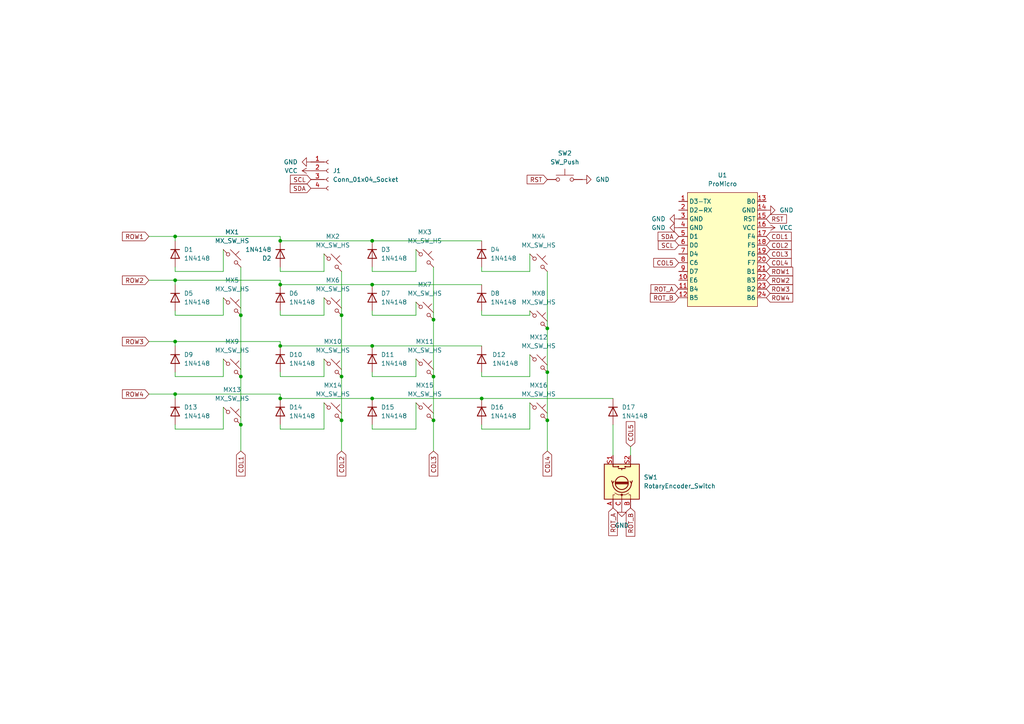
<source format=kicad_sch>
(kicad_sch (version 20230121) (generator eeschema)
  (paper "A4")
  (lib_symbols
    (symbol "Connector:Conn_01x04_Socket" (pin_names (offset 1.016) hide)
      (property "Reference" "J" (at 0 5.08 0))
      (property "Value" "Conn_01x04_Socket" (at 0 -7.62 0))
      (symbol "Conn_01x04_Socket_1_1"
        (arc (start 0 -4.572) (mid -0.5058 -5.08) (end 0 -5.588) (stroke (width 0.1524)))
        (arc (start 0 -2.032) (mid -0.5058 -2.54) (end 0 -3.048) (stroke (width 0.1524)))
        (polyline (pts (xy -1.27 -5.08) (xy -0.508 -5.08)) (stroke (width 0.1524)))
        (polyline (pts (xy -1.27 -2.54) (xy -0.508 -2.54)) (stroke (width 0.1524)))
        (polyline (pts (xy -1.27 0) (xy -0.508 0)) (stroke (width 0.1524)))
        (polyline (pts (xy -1.27 2.54) (xy -0.508 2.54)) (stroke (width 0.1524)))
        (arc (start 0 0.508) (mid -0.5058 0) (end 0 -0.508) (stroke (width 0.1524)))
        (arc (start 0 3.048) (mid -0.5058 2.54) (end 0 2.032) (stroke (width 0.1524)))
        (pin passive line (at -5.08 2.54 0) (length 3.81) (name "Pin_1") (number "1"))
        (pin passive line (at -5.08 0 0) (length 3.81) (name "Pin_2") (number "2"))
        (pin passive line (at -5.08 -2.54 0) (length 3.81) (name "Pin_3") (number "3"))
        (pin passive line (at -5.08 -5.08 0) (length 3.81) (name "Pin_4") (number "4"))
      )
    )
    (symbol "Device:RotaryEncoder_Switch" (pin_names (offset 0.254) hide)
      (property "Reference" "SW" (at 0 6.604 0))
      (property "Value" "RotaryEncoder_Switch" (at 0 -6.604 0))
      (symbol "RotaryEncoder_Switch_0_1"
        (rectangle (start -5.08 5.08) (end 5.08 -5.08) (stroke (width 0.254)) (fill (type background)))
        (circle (center -3.81 0) (radius 0.254) (fill (type outline)))
        (circle (center -0.381 0) (radius 1.905) (stroke (width 0.254)))
        (arc (start -0.381 2.667) (mid -3.0988 -0.0635) (end -0.381 -2.794) (stroke (width 0.254)))
        (polyline (pts (xy -0.635 -1.778) (xy -0.635 1.778)) (stroke (width 0.254)))
        (polyline (pts (xy -0.381 -1.778) (xy -0.381 1.778)) (stroke (width 0.254)))
        (polyline (pts (xy -0.127 1.778) (xy -0.127 -1.778)) (stroke (width 0.254)))
        (polyline (pts (xy 3.81 0) (xy 3.429 0)) (stroke (width 0.254)))
        (polyline (pts (xy 3.81 1.016) (xy 3.81 -1.016)) (stroke (width 0.254)))
        (polyline (pts (xy -5.08 -2.54) (xy -3.81 -2.54) (xy -3.81 -2.032)))
        (polyline (pts (xy -5.08 2.54) (xy -3.81 2.54) (xy -3.81 2.032)))
        (polyline (pts (xy 0.254 -3.048) (xy -0.508 -2.794) (xy 0.127 -2.413)) (stroke (width 0.254)))
        (polyline (pts (xy 0.254 2.921) (xy -0.508 2.667) (xy 0.127 2.286)) (stroke (width 0.254)))
        (polyline (pts (xy 5.08 -2.54) (xy 4.318 -2.54) (xy 4.318 -1.016)) (stroke (width 0.254)))
        (polyline (pts (xy 5.08 2.54) (xy 4.318 2.54) (xy 4.318 1.016)) (stroke (width 0.254)))
        (polyline (pts (xy -5.08 0) (xy -3.81 0) (xy -3.81 -1.016) (xy -3.302 -2.032)))
        (polyline (pts (xy -4.318 0) (xy -3.81 0) (xy -3.81 1.016) (xy -3.302 2.032)))
        (circle (center 4.318 -1.016) (radius 0.127) (stroke (width 0.254)))
        (circle (center 4.318 1.016) (radius 0.127) (stroke (width 0.254)))
      )
      (symbol "RotaryEncoder_Switch_1_1"
        (pin passive line (at -7.62 2.54 0) (length 2.54) (name "A") (number "A"))
        (pin passive line (at -7.62 -2.54 0) (length 2.54) (name "B") (number "B"))
        (pin passive line (at -7.62 0 0) (length 2.54) (name "C") (number "C"))
        (pin passive line (at 7.62 2.54 180) (length 2.54) (name "S1") (number "S1"))
        (pin passive line (at 7.62 -2.54 180) (length 2.54) (name "S2") (number "S2"))
      )
    )
    (symbol "Diode:1N4148" (pin_numbers hide) (pin_names hide)
      (property "Reference" "D" (at 0 2.54 0))
      (property "Value" "1N4148" (at 0 -2.54 0))
      (symbol "1N4148_0_1"
        (polyline (pts (xy -1.27 1.27) (xy -1.27 -1.27)) (stroke (width 0.254)))
        (polyline (pts (xy 1.27 0) (xy -1.27 0)))
        (polyline (pts (xy 1.27 1.27) (xy 1.27 -1.27) (xy -1.27 0) (xy 1.27 1.27)) (stroke (width 0.254)))
      )
      (symbol "1N4148_1_1"
        (pin passive line (at -3.81 0 0) (length 2.54) (name "K") (number "1"))
        (pin passive line (at 3.81 0 180) (length 2.54) (name "A") (number "2"))
      )
    )
    (symbol "PCM_marbastlib-mx:MX_SW_HS" (pin_numbers hide) (pin_names (offset 1.016) hide)
      (property "Reference" "MX" (at 3.048 1.016 0))
      (property "Value" "MX_SW_HS" (at 0 -3.81 0))
      (symbol "MX_SW_HS_0_1"
        (circle (center -1.1684 1.1684) (radius 0.508))
        (polyline (pts (xy -0.508 2.54) (xy 2.54 -0.508)))
        (polyline (pts (xy 1.016 1.016) (xy 2.032 2.032)))
        (polyline (pts (xy -2.54 2.54) (xy -1.524 1.524) (xy -1.524 1.524)))
        (polyline (pts (xy 1.524 -1.524) (xy 2.54 -2.54) (xy 2.54 -2.54) (xy 2.54 -2.54)))
        (circle (center 1.143 -1.1938) (radius 0.508))
        (pin passive line (at -2.54 2.54 0) (length 0) (name "1") (number "1"))
        (pin passive line (at 2.54 -2.54 180) (length 0) (name "2") (number "2"))
      )
    )
    (symbol "PCM_marbastlib-promicroish:Arduino_ProMicro" (in_bom no)
      (property "Reference" "U" (at 0 20.32 0))
      (property "Value" "ProMicro" (at 0 17.78 0))
      (symbol "Arduino_ProMicro_0_0"
        (pin bidirectional line (at -12.7 13.97 0) (length 2.54) (name "D3-TX") (number "1"))
        (pin bidirectional line (at -12.7 -8.89 0) (length 2.54) (name "E6") (number "10"))
        (pin bidirectional line (at -12.7 -11.43 0) (length 2.54) (name "B4") (number "11"))
        (pin bidirectional line (at -12.7 -13.97 0) (length 2.54) (name "B5") (number "12"))
        (pin power_out line (at 12.7 11.43 180) (length 2.54) (name "GND") (number "14"))
        (pin bidirectional line (at 12.7 8.89 180) (length 2.54) (name "RST") (number "15"))
        (pin bidirectional line (at 12.7 3.81 180) (length 2.54) (name "F4") (number "17"))
        (pin bidirectional line (at 12.7 1.27 180) (length 2.54) (name "F5") (number "18"))
        (pin bidirectional line (at 12.7 -1.27 180) (length 2.54) (name "F6") (number "19"))
        (pin bidirectional line (at -12.7 11.43 0) (length 2.54) (name "D2-RX") (number "2"))
        (pin bidirectional line (at 12.7 -3.81 180) (length 2.54) (name "F7") (number "20"))
        (pin bidirectional line (at 12.7 -6.35 180) (length 2.54) (name "B1") (number "21"))
        (pin bidirectional line (at 12.7 -8.89 180) (length 2.54) (name "B3") (number "22"))
        (pin bidirectional line (at 12.7 -11.43 180) (length 2.54) (name "B2") (number "23"))
        (pin bidirectional line (at 12.7 -13.97 180) (length 2.54) (name "B6") (number "24"))
        (pin power_out line (at -12.7 8.89 0) (length 2.54) (name "GND") (number "3"))
        (pin power_out line (at -12.7 6.35 0) (length 2.54) (name "GND") (number "4"))
        (pin bidirectional line (at -12.7 3.81 0) (length 2.54) (name "D1") (number "5"))
        (pin bidirectional line (at -12.7 1.27 0) (length 2.54) (name "D0") (number "6"))
        (pin bidirectional line (at -12.7 -1.27 0) (length 2.54) (name "D4") (number "7"))
        (pin bidirectional line (at -12.7 -3.81 0) (length 2.54) (name "C6") (number "8"))
        (pin bidirectional line (at -12.7 -6.35 0) (length 2.54) (name "D7") (number "9"))
      )
      (symbol "Arduino_ProMicro_1_0"
        (pin bidirectional line (at 12.7 13.97 180) (length 2.54) (name "B0") (number "13"))
        (pin power_out line (at 12.7 6.35 180) (length 2.54) (name "VCC") (number "16"))
      )
      (symbol "Arduino_ProMicro_1_1"
        (rectangle (start -10.16 16.51) (end 10.16 -16.51) (fill (type background)))
      )
    )
    (symbol "Switch:SW_Push" (pin_numbers hide) (pin_names (offset 1.016) hide)
      (property "Reference" "SW" (at 1.27 2.54 0))
      (property "Value" "SW_Push" (at 0 -1.524 0))
      (symbol "SW_Push_0_1"
        (circle (center -2.032 0) (radius 0.508))
        (polyline (pts (xy 0 1.27) (xy 0 3.048)))
        (polyline (pts (xy 2.54 1.27) (xy -2.54 1.27)))
        (circle (center 2.032 0) (radius 0.508))
        (pin passive line (at -5.08 0 0) (length 2.54) (name "1") (number "1"))
        (pin passive line (at 5.08 0 180) (length 2.54) (name "2") (number "2"))
      )
    )
    (symbol "power:GND" (power) (pin_names (offset 0))
      (property "Value" "GND" (at 0 -3.81 0))
      (symbol "GND_0_1"
        (polyline (pts (xy 0 0) (xy 0 -1.27) (xy 1.27 -1.27) (xy 0 -2.54) (xy -1.27 -1.27) (xy 0 -1.27)))
      )
      (symbol "GND_1_1"
        (pin power_in line (at 0 0 270) (length 0) hide (name "GND") (number "1"))
      )
    )
    (symbol "power:VCC" (power) (pin_names (offset 0))
      (property "Value" "VCC" (at 0 3.81 0))
      (symbol "VCC_0_1"
        (polyline (pts (xy -0.762 1.27) (xy 0 2.54)))
        (polyline (pts (xy 0 0) (xy 0 2.54)))
        (polyline (pts (xy 0 2.54) (xy 0.762 1.27)))
      )
      (symbol "VCC_1_1"
        (pin power_in line (at 0 0 90) (length 0) hide (name "VCC") (number "1"))
      )
    )
  )
  (junction (at 107.95 82.55))
  (junction (at 69.85 91.44))
  (junction (at 50.8 99.06))
  (junction (at 158.75 121.92))
  (junction (at 50.8 68.58))
  (junction (at 99.06 91.44))
  (junction (at 107.95 69.85))
  (junction (at 50.8 114.3))
  (junction (at 69.85 123.19))
  (junction (at 50.8 81.28))
  (junction (at 99.06 121.92))
  (junction (at 81.28 69.85))
  (junction (at 125.73 92.71))
  (junction (at 125.73 109.22))
  (junction (at 139.7 115.57))
  (junction (at 107.95 100.33))
  (junction (at 81.28 115.57))
  (junction (at 107.95 115.57))
  (junction (at 158.75 95.25))
  (junction (at 81.28 82.55))
  (junction (at 99.06 109.22))
  (junction (at 69.85 109.22))
  (junction (at 158.75 107.95))
  (junction (at 125.73 121.92))
  (junction (at 81.28 100.33))
  (wire (pts (xy 64.77 109.22) (xy 50.8 109.22)))
  (wire (pts (xy 69.85 109.22) (xy 69.85 123.19)))
  (wire (pts (xy 177.8 123.19) (xy 177.8 132.08)))
  (wire (pts (xy 125.73 77.47) (xy 125.73 92.71)))
  (wire (pts (xy 153.67 124.46) (xy 139.7 124.46)))
  (wire (pts (xy 69.85 91.44) (xy 69.85 109.22)))
  (wire (pts (xy 50.8 90.17) (xy 50.8 91.44)))
  (wire (pts (xy 93.98 116.84) (xy 93.98 124.46)))
  (wire (pts (xy 107.95 90.17) (xy 107.95 91.44)))
  (wire (pts (xy 50.8 91.44) (xy 64.77 91.44)))
  (wire (pts (xy 81.28 69.85) (xy 107.95 69.85)))
  (wire (pts (xy 64.77 91.44) (xy 64.77 86.36)))
  (wire (pts (xy 153.67 116.84) (xy 153.67 124.46)))
  (wire (pts (xy 139.7 90.17) (xy 139.7 91.44)))
  (wire (pts (xy 93.98 78.74) (xy 93.98 73.66)))
  (wire (pts (xy 81.28 81.28) (xy 81.28 82.55)))
  (wire (pts (xy 125.73 121.92) (xy 125.73 130.81)))
  (wire (pts (xy 64.77 72.39) (xy 64.77 78.74)))
  (wire (pts (xy 139.7 91.44) (xy 153.67 91.44)))
  (wire (pts (xy 81.28 114.3) (xy 81.28 115.57)))
  (wire (pts (xy 120.65 78.74) (xy 107.95 78.74)))
  (wire (pts (xy 81.28 99.06) (xy 81.28 100.33)))
  (wire (pts (xy 120.65 116.84) (xy 120.65 124.46)))
  (wire (pts (xy 153.67 73.66) (xy 153.67 78.74)))
  (wire (pts (xy 153.67 109.22) (xy 139.7 109.22)))
  (wire (pts (xy 125.73 109.22) (xy 125.73 121.92)))
  (wire (pts (xy 99.06 109.22) (xy 99.06 121.92)))
  (wire (pts (xy 81.28 78.74) (xy 93.98 78.74)))
  (wire (pts (xy 64.77 78.74) (xy 50.8 78.74)))
  (wire (pts (xy 43.18 114.3) (xy 50.8 114.3)))
  (wire (pts (xy 158.75 121.92) (xy 158.75 130.81)))
  (wire (pts (xy 50.8 81.28) (xy 50.8 82.55)))
  (wire (pts (xy 139.7 115.57) (xy 177.8 115.57)))
  (wire (pts (xy 158.75 95.25) (xy 158.75 78.74)))
  (wire (pts (xy 182.88 129.54) (xy 182.88 132.08)))
  (wire (pts (xy 50.8 99.06) (xy 50.8 100.33)))
  (wire (pts (xy 64.77 118.11) (xy 64.77 124.46)))
  (wire (pts (xy 64.77 104.14) (xy 64.77 109.22)))
  (wire (pts (xy 99.06 121.92) (xy 99.06 130.81)))
  (wire (pts (xy 158.75 95.25) (xy 158.75 107.95)))
  (wire (pts (xy 81.28 77.47) (xy 81.28 78.74)))
  (wire (pts (xy 81.28 82.55) (xy 107.95 82.55)))
  (wire (pts (xy 93.98 104.14) (xy 93.98 109.22)))
  (wire (pts (xy 69.85 123.19) (xy 69.85 130.81)))
  (wire (pts (xy 50.8 78.74) (xy 50.8 77.47)))
  (wire (pts (xy 50.8 81.28) (xy 81.28 81.28)))
  (wire (pts (xy 120.65 104.14) (xy 120.65 109.22)))
  (wire (pts (xy 99.06 78.74) (xy 99.06 91.44)))
  (wire (pts (xy 120.65 87.63) (xy 120.65 91.44)))
  (wire (pts (xy 81.28 124.46) (xy 81.28 123.19)))
  (wire (pts (xy 107.95 78.74) (xy 107.95 77.47)))
  (wire (pts (xy 99.06 91.44) (xy 99.06 109.22)))
  (wire (pts (xy 120.65 109.22) (xy 107.95 109.22)))
  (wire (pts (xy 107.95 82.55) (xy 139.7 82.55)))
  (wire (pts (xy 153.67 102.87) (xy 153.67 109.22)))
  (wire (pts (xy 43.18 68.58) (xy 50.8 68.58)))
  (wire (pts (xy 120.65 91.44) (xy 107.95 91.44)))
  (wire (pts (xy 81.28 100.33) (xy 107.95 100.33)))
  (wire (pts (xy 107.95 69.85) (xy 139.7 69.85)))
  (wire (pts (xy 107.95 115.57) (xy 139.7 115.57)))
  (wire (pts (xy 81.28 68.58) (xy 81.28 69.85)))
  (wire (pts (xy 50.8 124.46) (xy 50.8 123.19)))
  (wire (pts (xy 125.73 92.71) (xy 125.73 109.22)))
  (wire (pts (xy 50.8 114.3) (xy 81.28 114.3)))
  (wire (pts (xy 93.98 109.22) (xy 81.28 109.22)))
  (wire (pts (xy 139.7 107.95) (xy 139.7 109.22)))
  (wire (pts (xy 107.95 124.46) (xy 107.95 123.19)))
  (wire (pts (xy 93.98 124.46) (xy 81.28 124.46)))
  (wire (pts (xy 50.8 68.58) (xy 50.8 69.85)))
  (wire (pts (xy 43.18 99.06) (xy 50.8 99.06)))
  (wire (pts (xy 93.98 86.36) (xy 93.98 91.44)))
  (wire (pts (xy 153.67 91.44) (xy 153.67 90.17)))
  (wire (pts (xy 81.28 115.57) (xy 107.95 115.57)))
  (wire (pts (xy 153.67 78.74) (xy 139.7 78.74)))
  (wire (pts (xy 120.65 124.46) (xy 107.95 124.46)))
  (wire (pts (xy 50.8 109.22) (xy 50.8 107.95)))
  (wire (pts (xy 107.95 100.33) (xy 139.7 100.33)))
  (wire (pts (xy 50.8 99.06) (xy 81.28 99.06)))
  (wire (pts (xy 107.95 109.22) (xy 107.95 107.95)))
  (wire (pts (xy 139.7 78.74) (xy 139.7 77.47)))
  (wire (pts (xy 69.85 77.47) (xy 69.85 91.44)))
  (wire (pts (xy 139.7 124.46) (xy 139.7 123.19)))
  (wire (pts (xy 64.77 124.46) (xy 50.8 124.46)))
  (wire (pts (xy 81.28 91.44) (xy 81.28 90.17)))
  (wire (pts (xy 81.28 109.22) (xy 81.28 107.95)))
  (wire (pts (xy 93.98 91.44) (xy 81.28 91.44)))
  (wire (pts (xy 120.65 72.39) (xy 120.65 78.74)))
  (wire (pts (xy 50.8 68.58) (xy 81.28 68.58)))
  (wire (pts (xy 43.18 81.28) (xy 50.8 81.28)))
  (wire (pts (xy 158.75 107.95) (xy 158.75 121.92)))
  (wire (pts (xy 50.8 114.3) (xy 50.8 115.57)))
  (global_label "SDA" (shape input) (at 90.17 54.61 180) (property "Intersheetrefs" "${INTERSHEET_REFS}" (effects hide)))
  (global_label "ROT_B" (shape input) (at 196.85 86.36 180) (property "Intersheetrefs" "${INTERSHEET_REFS}" (effects hide)))
  (global_label "COL4" (shape input) (at 222.25 76.2 0) (property "Intersheetrefs" "${INTERSHEET_REFS}" (effects hide)))
  (global_label "ROT_A" (shape input) (at 177.8 147.32 270) (property "Intersheetrefs" "${INTERSHEET_REFS}" (effects hide)))
  (global_label "COL2" (shape input) (at 99.06 130.81 270) (property "Intersheetrefs" "${INTERSHEET_REFS}" (effects hide)))
  (global_label "COL1" (shape input) (at 222.25 68.58 0) (property "Intersheetrefs" "${INTERSHEET_REFS}" (effects hide)))
  (global_label "ROW3" (shape input) (at 43.18 99.06 180) (property "Intersheetrefs" "${INTERSHEET_REFS}" (effects hide)))
  (global_label "ROW4" (shape input) (at 43.18 114.3 180) (property "Intersheetrefs" "${INTERSHEET_REFS}" (effects hide)))
  (global_label "COL5" (shape input) (at 182.88 129.54 90) (property "Intersheetrefs" "${INTERSHEET_REFS}" (effects hide)))
  (global_label "COL3" (shape input) (at 222.25 73.66 0) (property "Intersheetrefs" "${INTERSHEET_REFS}" (effects hide)))
  (global_label "RST" (shape input) (at 158.75 52.07 180) (property "Intersheetrefs" "${INTERSHEET_REFS}" (effects hide)))
  (global_label "ROT_B" (shape input) (at 182.88 147.32 270) (property "Intersheetrefs" "${INTERSHEET_REFS}" (effects hide)))
  (global_label "SCL" (shape input) (at 196.85 71.12 180) (property "Intersheetrefs" "${INTERSHEET_REFS}" (effects hide)))
  (global_label "ROT_A" (shape input) (at 196.85 83.82 180) (property "Intersheetrefs" "${INTERSHEET_REFS}" (effects hide)))
  (global_label "ROW1" (shape input) (at 43.18 68.58 180) (property "Intersheetrefs" "${INTERSHEET_REFS}" (effects hide)))
  (global_label "ROW2" (shape input) (at 43.18 81.28 180) (property "Intersheetrefs" "${INTERSHEET_REFS}" (effects hide)))
  (global_label "SDA" (shape input) (at 196.85 68.58 180) (property "Intersheetrefs" "${INTERSHEET_REFS}" (effects hide)))
  (global_label "COL5" (shape input) (at 196.85 76.2 180) (property "Intersheetrefs" "${INTERSHEET_REFS}" (effects hide)))
  (global_label "ROW2" (shape input) (at 222.25 81.28 0) (property "Intersheetrefs" "${INTERSHEET_REFS}" (effects hide)))
  (global_label "ROW1" (shape input) (at 222.25 78.74 0) (property "Intersheetrefs" "${INTERSHEET_REFS}" (effects hide)))
  (global_label "ROW3" (shape input) (at 222.25 83.82 0) (property "Intersheetrefs" "${INTERSHEET_REFS}" (effects hide)))
  (global_label "COL4" (shape input) (at 158.75 130.81 270) (property "Intersheetrefs" "${INTERSHEET_REFS}" (effects hide)))
  (global_label "ROW4" (shape input) (at 222.25 86.36 0) (property "Intersheetrefs" "${INTERSHEET_REFS}" (effects hide)))
  (global_label "RST" (shape input) (at 222.25 63.5 0) (property "Intersheetrefs" "${INTERSHEET_REFS}" (effects hide)))
  (global_label "COL1" (shape input) (at 69.85 130.81 270) (property "Intersheetrefs" "${INTERSHEET_REFS}" (effects hide)))
  (global_label "SCL" (shape input) (at 90.17 52.07 180) (property "Intersheetrefs" "${INTERSHEET_REFS}" (effects hide)))
  (global_label "COL3" (shape input) (at 125.73 130.81 270) (property "Intersheetrefs" "${INTERSHEET_REFS}" (effects hide)))
  (global_label "COL2" (shape input) (at 222.25 71.12 0) (property "Intersheetrefs" "${INTERSHEET_REFS}" (effects hide)))
  (symbol (lib_id "PCM_marbastlib-mx:MX_SW_HS") (at 156.21 76.2 0) (unit 1)
    (property "Reference" "MX4" (at 156.21 68.58 0))
    (property "Value" "MX_SW_HS" (at 156.21 71.12 0))
    (property "Footprint" "PCM_marbastlib-mx:SW_MX_HS_1u" (effects hide))
  )
  (symbol (lib_id "PCM_marbastlib-mx:MX_SW_HS") (at 67.31 120.65 0) (unit 1)
    (property "Reference" "MX13" (at 67.31 113.03 0))
    (property "Value" "MX_SW_HS" (at 67.31 115.57 0))
    (property "Footprint" "PCM_marbastlib-mx:SW_MX_HS_1u" (effects hide))
  )
  (symbol (lib_id "Diode:1N4148") (at 81.28 104.14 270) (unit 1)
    (property "Reference" "D10" (at 83.82 102.87 90) (effects (justify left)))
    (property "Value" "1N4148" (at 83.82 105.41 90) (effects (justify left)))
    (property "Footprint" "Diode_THT:D_DO-35_SOD27_P7.62mm_Horizontal" (effects hide))
    (property "Datasheet" "https://assets.nexperia.com/documents/data-sheet/1N4148_1N4448.pdf" (effects hide))
    (property "Sim.Device" "D" (effects hide))
    (property "Sim.Pins" "1=K 2=A" (effects hide))
  )
  (symbol (lib_id "Diode:1N4148") (at 107.95 73.66 270) (unit 1)
    (property "Reference" "D3" (at 110.49 72.39 90) (effects (justify left)))
    (property "Value" "1N4148" (at 110.49 74.93 90) (effects (justify left)))
    (property "Footprint" "Diode_THT:D_DO-35_SOD27_P7.62mm_Horizontal" (effects hide))
    (property "Datasheet" "https://assets.nexperia.com/documents/data-sheet/1N4148_1N4448.pdf" (effects hide))
    (property "Sim.Device" "D" (effects hide))
    (property "Sim.Pins" "1=K 2=A" (effects hide))
  )
  (symbol (lib_id "Diode:1N4148") (at 107.95 104.14 270) (unit 1)
    (property "Reference" "D11" (at 110.49 102.87 90) (effects (justify left)))
    (property "Value" "1N4148" (at 110.49 105.41 90) (effects (justify left)))
    (property "Footprint" "Diode_THT:D_DO-35_SOD27_P7.62mm_Horizontal" (effects hide))
    (property "Datasheet" "https://assets.nexperia.com/documents/data-sheet/1N4148_1N4448.pdf" (effects hide))
    (property "Sim.Device" "D" (effects hide))
    (property "Sim.Pins" "1=K 2=A" (effects hide))
  )
  (symbol (lib_id "Switch:SW_Push") (at 163.83 52.07 0) (unit 1)
    (property "Reference" "SW2" (at 163.83 44.45 0))
    (property "Value" "SW_Push" (at 163.83 46.99 0))
    (property "Footprint" "Button_Switch_THT:SW_PUSH_6mm_H8mm" (effects hide))
  )
  (symbol (lib_id "PCM_marbastlib-mx:MX_SW_HS") (at 96.52 106.68 0) (unit 1)
    (property "Reference" "MX10" (at 96.52 99.06 0))
    (property "Value" "MX_SW_HS" (at 96.52 101.6 0))
    (property "Footprint" "PCM_marbastlib-mx:SW_MX_HS_1u" (effects hide))
  )
  (symbol (lib_id "Diode:1N4148") (at 107.95 86.36 270) (unit 1)
    (property "Reference" "D7" (at 110.49 85.09 90) (effects (justify left)))
    (property "Value" "1N4148" (at 110.49 87.63 90) (effects (justify left)))
    (property "Footprint" "Diode_THT:D_DO-35_SOD27_P7.62mm_Horizontal" (effects hide))
    (property "Datasheet" "https://assets.nexperia.com/documents/data-sheet/1N4148_1N4448.pdf" (effects hide))
    (property "Sim.Device" "D" (effects hide))
    (property "Sim.Pins" "1=K 2=A" (effects hide))
  )
  (symbol (lib_id "power:GND") (at 196.85 66.04 270) (unit 1)
    (property "Reference" "#PWR03" (effects hide))
    (property "Value" "GND" (at 193.04 66.04 90) (effects (justify right)))
  )
  (symbol (lib_id "PCM_marbastlib-mx:MX_SW_HS") (at 156.21 105.41 0) (unit 1)
    (property "Reference" "MX12" (at 156.21 97.79 0))
    (property "Value" "MX_SW_HS" (at 156.21 100.33 0))
    (property "Footprint" "PCM_marbastlib-mx:SW_MX_HS_1u" (effects hide))
  )
  (symbol (lib_id "PCM_marbastlib-mx:MX_SW_HS") (at 123.19 90.17 0) (unit 1)
    (property "Reference" "MX7" (at 123.19 82.55 0))
    (property "Value" "MX_SW_HS" (at 123.19 85.09 0))
    (property "Footprint" "PCM_marbastlib-mx:SW_MX_HS_1u" (effects hide))
  )
  (symbol (lib_id "Diode:1N4148") (at 81.28 86.36 270) (unit 1)
    (property "Reference" "D6" (at 83.82 85.09 90) (effects (justify left)))
    (property "Value" "1N4148" (at 83.82 87.63 90) (effects (justify left)))
    (property "Footprint" "Diode_THT:D_DO-35_SOD27_P7.62mm_Horizontal" (effects hide))
    (property "Datasheet" "https://assets.nexperia.com/documents/data-sheet/1N4148_1N4448.pdf" (effects hide))
    (property "Sim.Device" "D" (effects hide))
    (property "Sim.Pins" "1=K 2=A" (effects hide))
  )
  (symbol (lib_id "PCM_marbastlib-mx:MX_SW_HS") (at 96.52 119.38 0) (unit 1)
    (property "Reference" "MX14" (at 96.52 111.76 0))
    (property "Value" "MX_SW_HS" (at 96.52 114.3 0))
    (property "Footprint" "PCM_marbastlib-mx:SW_MX_HS_1u" (effects hide))
  )
  (symbol (lib_id "PCM_marbastlib-mx:MX_SW_HS") (at 123.19 106.68 0) (unit 1)
    (property "Reference" "MX11" (at 123.19 99.06 0))
    (property "Value" "MX_SW_HS" (at 123.19 101.6 0))
    (property "Footprint" "PCM_marbastlib-mx:SW_MX_HS_1u" (effects hide))
  )
  (symbol (lib_id "PCM_marbastlib-mx:MX_SW_HS") (at 156.21 92.71 0) (unit 1)
    (property "Reference" "MX8" (at 156.21 85.09 0))
    (property "Value" "MX_SW_HS" (at 156.21 87.63 0))
    (property "Footprint" "PCM_marbastlib-mx:SW_MX_HS_1u" (effects hide))
  )
  (symbol (lib_id "Diode:1N4148") (at 81.28 119.38 270) (unit 1)
    (property "Reference" "D14" (at 83.82 118.11 90) (effects (justify left)))
    (property "Value" "1N4148" (at 83.82 120.65 90) (effects (justify left)))
    (property "Footprint" "Diode_THT:D_DO-35_SOD27_P7.62mm_Horizontal" (effects hide))
    (property "Datasheet" "https://assets.nexperia.com/documents/data-sheet/1N4148_1N4448.pdf" (effects hide))
    (property "Sim.Device" "D" (effects hide))
    (property "Sim.Pins" "1=K 2=A" (effects hide))
  )
  (symbol (lib_id "PCM_marbastlib-promicroish:Arduino_ProMicro") (at 209.55 72.39 0) (unit 1) (in_bom no)
    (property "Reference" "U1" (at 209.55 50.8 0))
    (property "Value" "ProMicro" (at 209.55 53.34 0))
    (property "Footprint" "PCM_marbastlib-xp-promicroish:ProMicro_USBup" (effects hide))
  )
  (symbol (lib_id "Diode:1N4148") (at 139.7 86.36 270) (unit 1)
    (property "Reference" "D8" (at 142.24 85.09 90) (effects (justify left)))
    (property "Value" "1N4148" (at 142.24 87.63 90) (effects (justify left)))
    (property "Footprint" "Diode_THT:D_DO-35_SOD27_P7.62mm_Horizontal" (effects hide))
    (property "Datasheet" "https://assets.nexperia.com/documents/data-sheet/1N4148_1N4448.pdf" (effects hide))
    (property "Sim.Device" "D" (effects hide))
    (property "Sim.Pins" "1=K 2=A" (effects hide))
  )
  (symbol (lib_id "power:VCC") (at 90.17 49.53 90) (unit 1)
    (property "Reference" "#PWR06" (effects hide))
    (property "Value" "VCC" (at 86.36 49.53 90) (effects (justify left)))
  )
  (symbol (lib_id "PCM_marbastlib-mx:MX_SW_HS") (at 123.19 119.38 0) (unit 1)
    (property "Reference" "MX15" (at 123.19 111.76 0))
    (property "Value" "MX_SW_HS" (at 123.19 114.3 0))
    (property "Footprint" "PCM_marbastlib-mx:SW_MX_HS_1u" (effects hide))
  )
  (symbol (lib_id "Diode:1N4148") (at 50.8 73.66 270) (unit 1)
    (property "Reference" "D1" (at 53.34 72.39 90) (effects (justify left)))
    (property "Value" "1N4148" (at 53.34 74.93 90) (effects (justify left)))
    (property "Footprint" "Diode_THT:D_DO-35_SOD27_P7.62mm_Horizontal" (effects hide))
    (property "Datasheet" "https://assets.nexperia.com/documents/data-sheet/1N4148_1N4448.pdf" (effects hide))
    (property "Sim.Device" "D" (effects hide))
    (property "Sim.Pins" "1=K 2=A" (effects hide))
  )
  (symbol (lib_id "power:GND") (at 168.91 52.07 90) (unit 1)
    (property "Reference" "#PWR08" (effects hide))
    (property "Value" "GND" (at 172.72 52.07 90) (effects (justify right)))
  )
  (symbol (lib_id "Connector:Conn_01x04_Socket") (at 95.25 49.53 0) (unit 1)
    (property "Reference" "J1" (at 96.52 49.53 0) (effects (justify left)))
    (property "Value" "Conn_01x04_Socket" (at 96.52 52.07 0) (effects (justify left)))
    (property "Footprint" "Connector_PinHeader_2.54mm:PinHeader_1x04_P2.54mm_Vertical" (effects hide))
  )
  (symbol (lib_id "Diode:1N4148") (at 139.7 119.38 270) (unit 1)
    (property "Reference" "D16" (at 142.24 118.11 90) (effects (justify left)))
    (property "Value" "1N4148" (at 142.24 120.65 90) (effects (justify left)))
    (property "Footprint" "Diode_THT:D_DO-35_SOD27_P7.62mm_Horizontal" (effects hide))
    (property "Datasheet" "https://assets.nexperia.com/documents/data-sheet/1N4148_1N4448.pdf" (effects hide))
    (property "Sim.Device" "D" (effects hide))
    (property "Sim.Pins" "1=K 2=A" (effects hide))
  )
  (symbol (lib_id "PCM_marbastlib-mx:MX_SW_HS") (at 156.21 119.38 0) (unit 1)
    (property "Reference" "MX16" (at 156.21 111.76 0))
    (property "Value" "MX_SW_HS" (at 156.21 114.3 0))
    (property "Footprint" "PCM_marbastlib-mx:SW_MX_HS_1u" (effects hide))
  )
  (symbol (lib_id "power:GND") (at 90.17 46.99 270) (unit 1)
    (property "Reference" "#PWR05" (effects hide))
    (property "Value" "GND" (at 86.36 46.99 90) (effects (justify right)))
  )
  (symbol (lib_id "Device:RotaryEncoder_Switch") (at 180.34 139.7 90) (unit 1)
    (property "Reference" "SW1" (at 186.69 138.43 90) (effects (justify right)))
    (property "Value" "RotaryEncoder_Switch" (at 186.69 140.97 90) (effects (justify right)))
    (property "Footprint" "PCM_marbastlib-various:ROT_Alps_EC11E-Switch" (effects hide))
  )
  (symbol (lib_id "PCM_marbastlib-mx:MX_SW_HS") (at 67.31 74.93 0) (unit 1)
    (property "Reference" "MX1" (at 67.31 67.31 0))
    (property "Value" "MX_SW_HS" (at 67.31 69.85 0))
    (property "Footprint" "PCM_marbastlib-mx:SW_MX_HS_1u" (effects hide))
  )
  (symbol (lib_id "Diode:1N4148") (at 50.8 119.38 270) (unit 1)
    (property "Reference" "D13" (at 53.34 118.11 90) (effects (justify left)))
    (property "Value" "1N4148" (at 53.34 120.65 90) (effects (justify left)))
    (property "Footprint" "Diode_THT:D_DO-35_SOD27_P7.62mm_Horizontal" (effects hide))
    (property "Datasheet" "https://assets.nexperia.com/documents/data-sheet/1N4148_1N4448.pdf" (effects hide))
    (property "Sim.Device" "D" (effects hide))
    (property "Sim.Pins" "1=K 2=A" (effects hide))
  )
  (symbol (lib_id "Diode:1N4148") (at 50.8 104.14 270) (unit 1)
    (property "Reference" "D9" (at 53.34 102.87 90) (effects (justify left)))
    (property "Value" "1N4148" (at 53.34 105.41 90) (effects (justify left)))
    (property "Footprint" "Diode_THT:D_DO-35_SOD27_P7.62mm_Horizontal" (effects hide))
    (property "Datasheet" "https://assets.nexperia.com/documents/data-sheet/1N4148_1N4448.pdf" (effects hide))
    (property "Sim.Device" "D" (effects hide))
    (property "Sim.Pins" "1=K 2=A" (effects hide))
  )
  (symbol (lib_id "PCM_marbastlib-mx:MX_SW_HS") (at 96.52 88.9 0) (unit 1)
    (property "Reference" "MX6" (at 96.52 81.28 0))
    (property "Value" "MX_SW_HS" (at 96.52 83.82 0))
    (property "Footprint" "PCM_marbastlib-mx:SW_MX_HS_1u" (effects hide))
  )
  (symbol (lib_id "PCM_marbastlib-mx:MX_SW_HS") (at 67.31 106.68 0) (unit 1)
    (property "Reference" "MX9" (at 67.31 99.06 0))
    (property "Value" "MX_SW_HS" (at 67.31 101.6 0))
    (property "Footprint" "PCM_marbastlib-mx:SW_MX_HS_1u" (effects hide))
  )
  (symbol (lib_id "Diode:1N4148") (at 139.7 104.14 270) (unit 1)
    (property "Reference" "D12" (at 142.7613 102.87 90) (effects (justify left)))
    (property "Value" "1N4148" (at 142.7613 105.41 90) (effects (justify left)))
    (property "Footprint" "Diode_THT:D_DO-35_SOD27_P7.62mm_Horizontal" (effects hide))
    (property "Datasheet" "https://assets.nexperia.com/documents/data-sheet/1N4148_1N4448.pdf" (effects hide))
    (property "Sim.Device" "D" (effects hide))
    (property "Sim.Pins" "1=K 2=A" (effects hide))
  )
  (symbol (lib_id "Diode:1N4148") (at 107.95 119.38 270) (unit 1)
    (property "Reference" "D15" (at 110.49 118.11 90) (effects (justify left)))
    (property "Value" "1N4148" (at 110.49 120.65 90) (effects (justify left)))
    (property "Footprint" "Diode_THT:D_DO-35_SOD27_P7.62mm_Horizontal" (effects hide))
    (property "Datasheet" "https://assets.nexperia.com/documents/data-sheet/1N4148_1N4448.pdf" (effects hide))
    (property "Sim.Device" "D" (effects hide))
    (property "Sim.Pins" "1=K 2=A" (effects hide))
  )
  (symbol (lib_id "Diode:1N4148") (at 50.8 86.36 270) (unit 1)
    (property "Reference" "D5" (at 53.34 85.09 90) (effects (justify left)))
    (property "Value" "1N4148" (at 53.34 87.63 90) (effects (justify left)))
    (property "Footprint" "Diode_THT:D_DO-35_SOD27_P7.62mm_Horizontal" (effects hide))
    (property "Datasheet" "https://assets.nexperia.com/documents/data-sheet/1N4148_1N4448.pdf" (effects hide))
    (property "Sim.Device" "D" (effects hide))
    (property "Sim.Pins" "1=K 2=A" (effects hide))
  )
  (symbol (lib_id "Diode:1N4148") (at 81.28 73.66 270) (unit 1)
    (property "Reference" "D2" (at 78.74 74.93 90) (effects (justify right)))
    (property "Value" "1N4148" (at 78.74 72.39 90) (effects (justify right)))
    (property "Footprint" "Diode_THT:D_DO-35_SOD27_P7.62mm_Horizontal" (effects hide))
    (property "Datasheet" "https://assets.nexperia.com/documents/data-sheet/1N4148_1N4448.pdf" (effects hide))
    (property "Sim.Device" "D" (effects hide))
    (property "Sim.Pins" "1=K 2=A" (effects hide))
  )
  (symbol (lib_id "power:VCC") (at 222.25 66.04 270) (unit 1)
    (property "Reference" "#PWR04" (effects hide))
    (property "Value" "VCC" (at 226.06 66.04 90) (effects (justify left)))
  )
  (symbol (lib_id "PCM_marbastlib-mx:MX_SW_HS") (at 96.52 76.2 0) (unit 1)
    (property "Reference" "MX2" (at 96.52 68.58 0))
    (property "Value" "MX_SW_HS" (at 96.52 71.12 0))
    (property "Footprint" "PCM_marbastlib-mx:SW_MX_HS_1u" (effects hide))
  )
  (symbol (lib_id "Diode:1N4148") (at 177.8 119.38 270) (unit 1)
    (property "Reference" "D17" (at 180.34 118.11 90) (effects (justify left)))
    (property "Value" "1N4148" (at 180.34 120.65 90) (effects (justify left)))
    (property "Footprint" "Diode_THT:D_DO-35_SOD27_P7.62mm_Horizontal" (effects hide))
    (property "Datasheet" "https://assets.nexperia.com/documents/data-sheet/1N4148_1N4448.pdf" (effects hide))
    (property "Sim.Device" "D" (effects hide))
    (property "Sim.Pins" "1=K 2=A" (effects hide))
  )
  (symbol (lib_id "PCM_marbastlib-mx:MX_SW_HS") (at 123.19 74.93 0) (unit 1)
    (property "Reference" "MX3" (at 123.19 67.31 0))
    (property "Value" "MX_SW_HS" (at 123.19 69.85 0))
    (property "Footprint" "PCM_marbastlib-mx:SW_MX_HS_1u" (effects hide))
  )
  (symbol (lib_id "Diode:1N4148") (at 139.7 73.66 270) (unit 1)
    (property "Reference" "D4" (at 142.24 72.39 90) (effects (justify left)))
    (property "Value" "1N4148" (at 142.24 74.93 90) (effects (justify left)))
    (property "Footprint" "Diode_THT:D_DO-35_SOD27_P7.62mm_Horizontal" (effects hide))
    (property "Datasheet" "https://assets.nexperia.com/documents/data-sheet/1N4148_1N4448.pdf" (effects hide))
    (property "Sim.Device" "D" (effects hide))
    (property "Sim.Pins" "1=K 2=A" (effects hide))
  )
  (symbol (lib_id "PCM_marbastlib-mx:MX_SW_HS") (at 67.31 88.9 0) (unit 1)
    (property "Reference" "MX5" (at 67.31 81.28 0))
    (property "Value" "MX_SW_HS" (at 67.31 83.82 0))
    (property "Footprint" "PCM_marbastlib-mx:SW_MX_HS_1u" (effects hide))
  )
  (symbol (lib_id "power:GND") (at 222.25 60.96 90) (unit 1)
    (property "Reference" "#PWR01" (effects hide))
    (property "Value" "GND" (at 226.06 60.96 90) (effects (justify right)))
  )
  (symbol (lib_id "power:GND") (at 196.85 63.5 270) (unit 1)
    (property "Reference" "#PWR02" (effects hide))
    (property "Value" "GND" (at 193.04 63.5 90) (effects (justify right)))
  )
  (symbol (lib_id "power:GND") (at 180.34 147.32 0) (unit 1)
    (property "Reference" "#PWR07" (effects hide))
    (property "Value" "GND" (at 180.34 152.4 0))
  )
)
</source>
